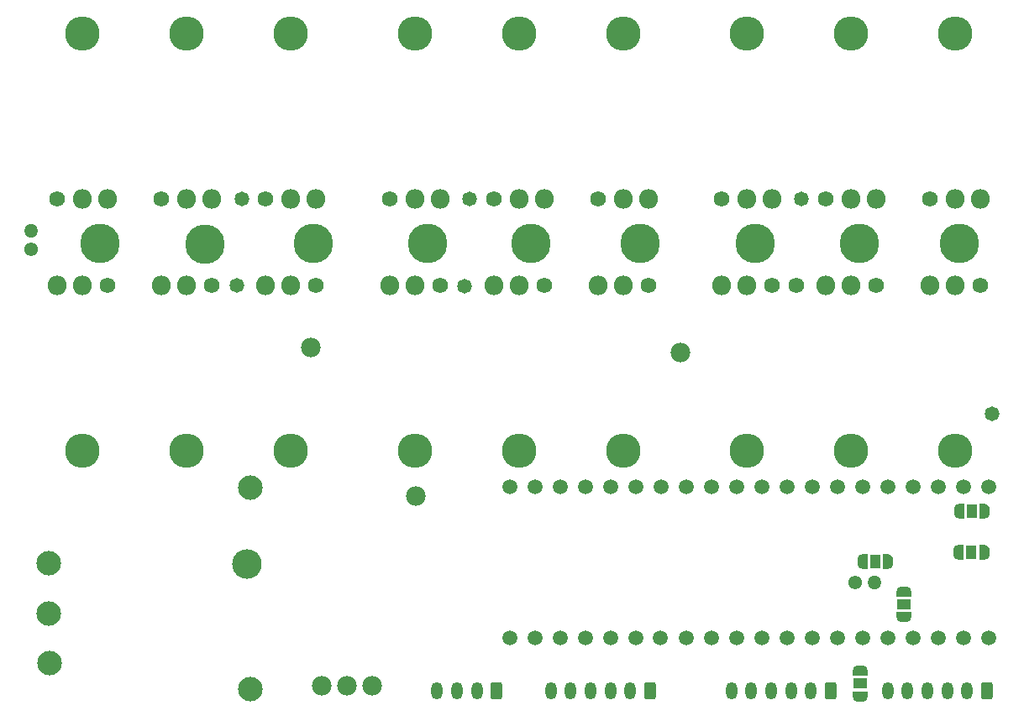
<source format=gbr>
%TF.GenerationSoftware,KiCad,Pcbnew,(6.0.0)*%
%TF.CreationDate,2022-10-29T00:53:35+03:00*%
%TF.ProjectId,CCC_ESC,4343435f-4553-4432-9e6b-696361645f70,rev?*%
%TF.SameCoordinates,Original*%
%TF.FileFunction,Soldermask,Bot*%
%TF.FilePolarity,Negative*%
%FSLAX46Y46*%
G04 Gerber Fmt 4.6, Leading zero omitted, Abs format (unit mm)*
G04 Created by KiCad (PCBNEW (6.0.0)) date 2022-10-29 00:53:35*
%MOMM*%
%LPD*%
G01*
G04 APERTURE LIST*
G04 Aperture macros list*
%AMRoundRect*
0 Rectangle with rounded corners*
0 $1 Rounding radius*
0 $2 $3 $4 $5 $6 $7 $8 $9 X,Y pos of 4 corners*
0 Add a 4 corners polygon primitive as box body*
4,1,4,$2,$3,$4,$5,$6,$7,$8,$9,$2,$3,0*
0 Add four circle primitives for the rounded corners*
1,1,$1+$1,$2,$3*
1,1,$1+$1,$4,$5*
1,1,$1+$1,$6,$7*
1,1,$1+$1,$8,$9*
0 Add four rect primitives between the rounded corners*
20,1,$1+$1,$2,$3,$4,$5,0*
20,1,$1+$1,$4,$5,$6,$7,0*
20,1,$1+$1,$6,$7,$8,$9,0*
20,1,$1+$1,$8,$9,$2,$3,0*%
%AMFreePoly0*
4,1,25,0.540000,-0.740000,0.007915,-0.740000,0.007071,-0.737962,0.000183,-0.735035,-0.078325,-0.733596,-0.210908,-0.692175,-0.326530,-0.615209,-0.415911,-0.508879,-0.471850,-0.381746,-0.489248,-0.248703,-0.490000,-0.247398,-0.490000,0.247982,-0.489164,0.250000,-0.489248,0.251297,-0.489861,0.255987,-0.468491,0.393233,-0.409460,0.518965,-0.317512,0.623077,-0.200041,0.697195,-0.066488,0.735365,
-0.000061,0.734959,0.007028,0.737845,0.007928,0.740000,0.540000,0.740000,0.540000,-0.740000,0.540000,-0.740000,$1*%
%AMFreePoly1*
4,1,22,-0.007071,0.737888,-0.000061,0.734959,0.072412,0.734517,0.205491,0.694718,0.322045,0.619172,0.412717,0.513940,0.470207,0.387499,0.490000,0.249287,0.490000,-0.250000,0.489861,-0.261321,0.466708,-0.398946,0.406145,-0.523945,0.312930,-0.626928,0.194562,-0.699606,0.060551,-0.736142,0.000183,-0.735035,-0.006940,-0.737834,-0.007861,-0.740000,-0.540000,-0.740000,-0.540000,0.740000,
-0.007946,0.740000,-0.007071,0.737888,-0.007071,0.737888,$1*%
G04 Aperture macros list end*
%ADD10FreePoly0,180.000000*%
%ADD11FreePoly1,180.000000*%
%ADD12R,0.980000X1.480000*%
%ADD13C,1.980000*%
%ADD14C,3.980000*%
%ADD15C,2.480000*%
%ADD16C,1.480000*%
%ADD17RoundRect,0.240000X0.350000X0.625000X-0.350000X0.625000X-0.350000X-0.625000X0.350000X-0.625000X0*%
%ADD18O,1.180000X1.730000*%
%ADD19C,2.980000*%
%ADD20C,1.580000*%
%ADD21C,1.380000*%
%ADD22O,1.380000X1.380000*%
%ADD23C,1.504000*%
%ADD24FreePoly0,90.000000*%
%ADD25R,1.480000X0.980000*%
%ADD26FreePoly1,90.000000*%
%ADD27O,3.480000X3.480000*%
%ADD28O,1.885000X1.980000*%
G04 APERTURE END LIST*
D10*
%TO.C,JP5*%
X146900000Y-105600000D03*
D11*
X144300000Y-105600000D03*
D12*
X145600000Y-105600000D03*
%TD*%
D10*
%TO.C,JP4*%
X146950000Y-101500000D03*
D11*
X144350000Y-101500000D03*
D12*
X145650000Y-101500000D03*
%TD*%
D13*
%TO.C,TpGND3*%
X79000000Y-85000000D03*
%TD*%
D14*
%TO.C,PH9*%
X144400000Y-74500000D03*
%TD*%
D15*
%TO.C,U6*%
X52654000Y-111813260D03*
X52654000Y-106733260D03*
X72974000Y-99113260D03*
X72974000Y-119433260D03*
%TD*%
D14*
%TO.C,PH4*%
X90800000Y-74500000D03*
%TD*%
D16*
%TO.C,TpGS1*%
X72050000Y-70000000D03*
%TD*%
D17*
%TO.C,J4*%
X113219000Y-119628260D03*
D18*
X111219000Y-119628260D03*
X109219000Y-119628260D03*
X107219000Y-119628260D03*
X105219000Y-119628260D03*
X103219000Y-119628260D03*
%TD*%
D19*
%TO.C,TpGND4*%
X72569000Y-106778260D03*
%TD*%
D20*
%TO.C,TpGS6*%
X128000000Y-78750000D03*
%TD*%
D14*
%TO.C,PH5*%
X112250000Y-74450000D03*
%TD*%
D21*
%TO.C,SW1*%
X50850000Y-75105000D03*
D22*
X50850000Y-73205000D03*
%TD*%
D13*
%TO.C,TpGND2*%
X89600000Y-100000000D03*
%TD*%
D14*
%TO.C,PH8*%
X123800000Y-74500000D03*
%TD*%
D17*
%TO.C,J2*%
X131419000Y-119628260D03*
D18*
X129419000Y-119628260D03*
X127419000Y-119628260D03*
X125419000Y-119628260D03*
X123419000Y-119628260D03*
X121419000Y-119628260D03*
%TD*%
D13*
%TO.C,U7*%
X80164000Y-119123260D03*
X82704000Y-119123260D03*
X85244000Y-119123260D03*
%TD*%
D14*
%TO.C,PH3*%
X68350000Y-74550000D03*
%TD*%
%TO.C,PH2*%
X57800000Y-74500000D03*
%TD*%
%TO.C,PH1*%
X79250000Y-74500000D03*
%TD*%
%TO.C,PH6*%
X101250000Y-74500000D03*
%TD*%
D16*
%TO.C,TpVS1*%
X147700000Y-91650000D03*
%TD*%
%TO.C,TpGS4*%
X94500000Y-78800000D03*
%TD*%
D14*
%TO.C,PH7*%
X134300000Y-74500000D03*
%TD*%
D21*
%TO.C,NTC1*%
X133914000Y-108678260D03*
D22*
X135814000Y-108678260D03*
%TD*%
D23*
%TO.C,U5*%
X147329000Y-114268260D03*
X144789000Y-114268260D03*
X142249000Y-114268260D03*
X139709000Y-114268260D03*
X137169000Y-114268260D03*
X134629000Y-114268260D03*
X132089000Y-114268260D03*
X129549000Y-114268260D03*
X127009000Y-114268260D03*
X124469000Y-114268260D03*
X121929000Y-114268260D03*
X119389000Y-114268260D03*
X116849000Y-114268260D03*
X114285395Y-114278253D03*
X111769000Y-114268260D03*
X109229000Y-114268260D03*
X106689000Y-114268260D03*
X104149000Y-114268260D03*
X101609000Y-114268260D03*
X99069000Y-114268260D03*
X99069000Y-99028260D03*
X101609000Y-99028260D03*
X104149000Y-99028260D03*
X106689000Y-99028260D03*
X109229000Y-99028260D03*
X111769000Y-99028260D03*
X114309000Y-99028260D03*
X116849000Y-99028260D03*
X119389000Y-99028260D03*
X121929000Y-99028260D03*
X124469000Y-99028260D03*
X127009000Y-99028260D03*
X129549000Y-99028260D03*
X132089000Y-99028260D03*
X134629000Y-99028260D03*
X137169000Y-99028260D03*
X139709000Y-99028260D03*
X142249000Y-99028260D03*
X144789000Y-99028260D03*
X147329000Y-99028260D03*
%TD*%
D16*
%TO.C,TpGS5*%
X128450000Y-70000000D03*
%TD*%
%TO.C,TpGS3*%
X95000000Y-70000000D03*
%TD*%
D13*
%TO.C,TpGND1*%
X116250000Y-85500000D03*
%TD*%
D17*
%TO.C,J1*%
X97769000Y-119628260D03*
D18*
X95769000Y-119628260D03*
X93769000Y-119628260D03*
X91769000Y-119628260D03*
%TD*%
D17*
%TO.C,J3*%
X147169000Y-119628260D03*
D18*
X145169000Y-119628260D03*
X143169000Y-119628260D03*
X141169000Y-119628260D03*
X139169000Y-119628260D03*
X137169000Y-119628260D03*
%TD*%
D16*
%TO.C,TpGS2*%
X71550000Y-78750000D03*
%TD*%
D15*
%TO.C,12V1*%
X52700000Y-116800000D03*
%TD*%
D24*
%TO.C,JP1*%
X134419000Y-120178260D03*
D25*
X134419000Y-118878260D03*
D26*
X134419000Y-117578260D03*
%TD*%
D27*
%TO.C,QB4*%
X100000000Y-95410000D03*
D20*
X102540000Y-78750000D03*
D28*
X100000000Y-78750000D03*
X97460000Y-78750000D03*
%TD*%
D27*
%TO.C,QB5*%
X89500000Y-53340000D03*
D20*
X86960000Y-70000000D03*
D28*
X89500000Y-70000000D03*
X92040000Y-70000000D03*
%TD*%
D27*
%TO.C,QA3*%
X66500000Y-53340000D03*
D20*
X63960000Y-70000000D03*
D28*
X66500000Y-70000000D03*
X69040000Y-70000000D03*
%TD*%
D27*
%TO.C,QC6*%
X123000000Y-95410000D03*
D20*
X125540000Y-78750000D03*
D28*
X123000000Y-78750000D03*
X120460000Y-78750000D03*
%TD*%
D27*
%TO.C,QC5*%
X144000000Y-53340000D03*
D20*
X141460000Y-70000000D03*
D28*
X144000000Y-70000000D03*
X146540000Y-70000000D03*
%TD*%
D27*
%TO.C,QC4*%
X144000000Y-95410000D03*
D20*
X146540000Y-78750000D03*
D28*
X144000000Y-78750000D03*
X141460000Y-78750000D03*
%TD*%
D10*
%TO.C,JP3*%
X137219000Y-106528260D03*
D12*
X135919000Y-106528260D03*
D11*
X134619000Y-106528260D03*
%TD*%
D27*
%TO.C,QA6*%
X56000000Y-95410000D03*
D20*
X58540000Y-78750000D03*
D28*
X56000000Y-78750000D03*
X53460000Y-78750000D03*
%TD*%
D27*
%TO.C,QB6*%
X89500000Y-95410000D03*
D20*
X92040000Y-78750000D03*
D28*
X89500000Y-78750000D03*
X86960000Y-78750000D03*
%TD*%
D27*
%TO.C,QB2*%
X110500000Y-95410000D03*
D20*
X113040000Y-78750000D03*
D28*
X110500000Y-78750000D03*
X107960000Y-78750000D03*
%TD*%
D27*
%TO.C,QA5*%
X77000000Y-53340000D03*
D20*
X74460000Y-70000000D03*
D28*
X77000000Y-70000000D03*
X79540000Y-70000000D03*
%TD*%
D24*
%TO.C,JP2*%
X138819000Y-112178260D03*
D25*
X138819000Y-110878260D03*
D26*
X138819000Y-109578260D03*
%TD*%
D27*
%TO.C,QA1*%
X56000000Y-53340000D03*
D20*
X53460000Y-70000000D03*
D28*
X56000000Y-70000000D03*
X58540000Y-70000000D03*
%TD*%
D27*
%TO.C,QB3*%
X100000000Y-53340000D03*
D20*
X97460000Y-70000000D03*
D28*
X100000000Y-70000000D03*
X102540000Y-70000000D03*
%TD*%
D27*
%TO.C,QC3*%
X133500000Y-53340000D03*
D20*
X130960000Y-70000000D03*
D28*
X133500000Y-70000000D03*
X136040000Y-70000000D03*
%TD*%
D27*
%TO.C,QA4*%
X66500000Y-95410000D03*
D20*
X69040000Y-78750000D03*
D28*
X66500000Y-78750000D03*
X63960000Y-78750000D03*
%TD*%
D27*
%TO.C,QC2*%
X133500000Y-95410000D03*
D20*
X136040000Y-78750000D03*
D28*
X133500000Y-78750000D03*
X130960000Y-78750000D03*
%TD*%
D27*
%TO.C,QC1*%
X123000000Y-53340000D03*
D20*
X120460000Y-70000000D03*
D28*
X123000000Y-70000000D03*
X125540000Y-70000000D03*
%TD*%
D27*
%TO.C,QA2*%
X77000000Y-95410000D03*
D20*
X79540000Y-78750000D03*
D28*
X77000000Y-78750000D03*
X74460000Y-78750000D03*
%TD*%
D27*
%TO.C,QB1*%
X110500000Y-53340000D03*
D20*
X107960000Y-70000000D03*
D28*
X110500000Y-70000000D03*
X113040000Y-70000000D03*
%TD*%
M02*

</source>
